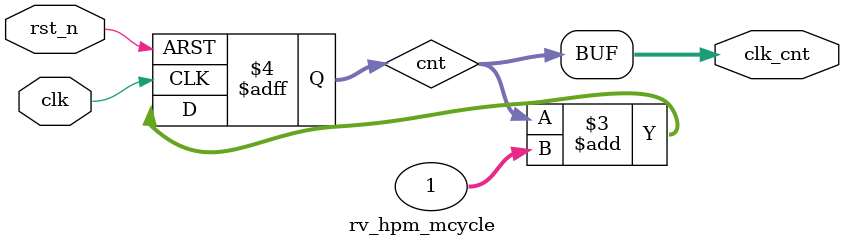
<source format=v>
module rv_hpm_mcycle (
    input         clk,
    input         rst_n,

    output [31:0] clk_cnt
);
    reg [31:0] cnt;
    
    always @(posedge clk or negedge rst_n) begin
        if (!rst_n)
            cnt <= 32'b0;
        else
            cnt <= cnt + 1;
    end

    assign clk_cnt = cnt;
endmodule
</source>
